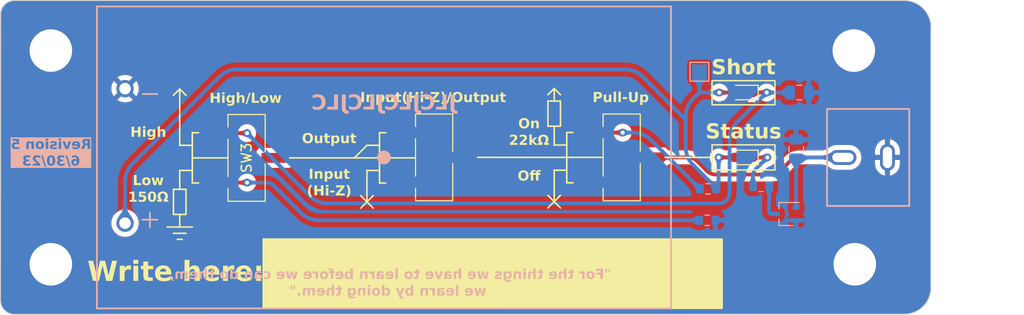
<source format=kicad_pcb>
(kicad_pcb (version 20221018) (generator pcbnew)
  (title_block (title "TixBoard Communications Education Board") (date "2023-06-29") (rev "5") (company "QuarterWave Engineering"))
  (layers (0 "F.Cu" signal) (31 "B.Cu" signal) (34 "B.Paste" user) (35 "F.Paste" user) (36 "B.SilkS" user "B.Silkscreen") (37 "F.SilkS" user "F.Silkscreen") (38 "B.Mask" user) (39 "F.Mask" user) (44 "Edge.Cuts" user))
  (net 0 "")
  (net 1 "Net-(C1-Pad1)")
  (net 2 "GND")
  (net 3 "Net-(D1-Pad1)")
  (net 4 "+BATT")
  (net 5 "Net-(Q1-Pad3)")
  (net 6 "Net-(R2-Pad2)")
  (net 7 "Net-(R3-Pad2)")
  (net 8 "Net-(C2-Pad2)")
  (net 10 "Net-(SW2-Pad1)")
  (footprint "QuarterWave:logoWithText2Mask" (layer "F.Cu") (at 125.222 85.725)
    (fp_text reference "G***" hide)
    (fp_text value "LOGO" hide)
  )
  (footprint "QuarterWave:TixBoard" (layer "F.Cu") (at 156.352952 84.802008)
    (fp_text reference "G***" hide)
    (fp_text value "LOGO" hide)
  )
  (footprint "MountingHole:MountingHole_4.3mm_M4_ISO14580_Pad" (layer "F.Cu") (at 108.077 86.36)
    (fp_text reference "REF**" hide)
    (fp_text value "MountingHole_4.3mm_M4_ISO14580_Pad" hide)
  )
  (footprint "Symbol:OSHW-Logo_7.5x8mm_Copper" (layer "F.Cu") (at 108.1 97.2)
    (fp_text reference "REF**" hide)
    (fp_text value "OSHW-Logo_7.5x8mm_Copper" hide)
  )
  (footprint "JS102011SCQN:JS102011SCQN" (layer "F.Cu") (at 146.8 97.15)
    (fp_text reference "SW2" hide)
    (fp_text value "Input(Hi-Z)/Output")
  )
  (footprint "LED_SMD:LED_0603_1608Metric" (layer "F.Cu") (at 178.054 97.155 180)
    (fp_text reference "D1" hide)
    (fp_text value "Green")
  )
  (footprint "LED_SMD:LED_0603_1608Metric" (layer "F.Cu") (at 178.054 90.6 180)
    (fp_text reference "D2" hide)
    (fp_text value "Red")
  )
  (footprint "MountingHole:MountingHole_4.3mm_M4_ISO14580_Pad" (layer "F.Cu") (at 189.2 86.36)
    (fp_text reference "REF**" hide)
    (fp_text value "MountingHole_4.3mm_M4_ISO14580_Pad" hide)
  )
  (footprint "JS102011SCQN:JS102011SCQN" (layer "F.Cu") (at 165.75 97.15)
    (fp_text reference "SW1" hide)
    (fp_text value "Pull-Up")
  )
  (footprint "JS102011SCQN:JS102011SCQN" (layer "F.Cu") (at 127.85 97.2)
    (fp_text reference "SW3")
    (fp_text value "High/Low")
  )
  (footprint "MountingHole:MountingHole_4.3mm_M4_ISO14580_Pad" (layer "F.Cu") (at 189.3 107.95)
    (fp_text reference "REF**" hide)
    (fp_text value "MountingHole_4.3mm_M4_ISO14580_Pad" hide)
  )
  (footprint "MountingHole:MountingHole_4.3mm_M4_ISO14580_Pad" (layer "F.Cu") (at 108.077 107.95)
    (fp_text reference "REF**" hide)
    (fp_text value "MountingHole_4.3mm_M4_ISO14580_Pad" hide)
  )
  (footprint "Capacitor_SMD:C_0805_2012Metric" (layer "B.Cu") (at 183.7 90.6 180)
    (fp_text reference "C2" hide)
    (fp_text value "10μF")
  )
  (footprint "KLPX-0848A-2-B:KLPX-0848A-2-B" (layer "B.Cu") (at 192.6 97.155 90)
    (fp_text reference "J1" hide)
    (fp_text value "RCA Socket" hide)
  )
  (footprint "Capacitor_SMD:C_0805_2012Metric" (layer "B.Cu") (at 183.38 96.3 90)
    (fp_text reference "C1" hide)
    (fp_text value "10μF")
  )
  (footprint "Resistor_SMD:R_0603_1608Metric" (layer "B.Cu") (at 174.4745 100.33 180)
    (fp_text reference "R2" hide)
    (fp_text value "22kΩ")
  )
  (footprint "TestPoint:TestPoint_Pad_1.5x1.5mm" (layer "B.Cu") (at 173.6 88.5 180)
    (fp_text reference "TP1" hide)
    (fp_text value "+V" hide)
  )
  (footprint "Resistor_SMD:R_0603_1608Metric" (layer "B.Cu") (at 179.832 100.076)
    (fp_text reference "R1" hide)
    (fp_text value "150Ω")
  )
  (footprint "BC2AAPC:BAT_BC2AAPC" (layer "B.Cu") (at 141.732 97.155)
    (fp_text reference "BT1" hide)
    (fp_text value "2xAA")
  )
  (footprint "Resistor_SMD:R_0603_1608Metric" (layer "B.Cu") (at 174.3945 103.505 180)
    (fp_text reference "R3" hide)
    (fp_text value "150Ω")
  )
  (footprint "Package_TO_SOT_SMD:SOT-323_SC-70" (layer "B.Cu") (at 182.372 102.87 180)
    (fp_text reference "Q1" hide)
    (fp_text value "RU1J002YNTCL")
  )
  (gr_rect (start 120.463 100.375) (end 121.733 102.915) (stroke (width 0.16)) (fill none) (layer "F.SilkS"))
  (gr_line (start 160.2 99.715) (end 160.835 99.715) (stroke (width 0.16)) (layer "F.SilkS"))
  (gr_line (start 120.844 105.4296) (end 121.352 105.4296) (stroke (width 0.16)) (layer "F.SilkS"))
  (gr_line (start 141.9175 99.74) (end 141.2825 99.74) (stroke (width 0.16)) (layer "F.SilkS"))
  (gr_line (start 141.2825 99.74) (end 141.2825 97.2) (stroke (width 0.16)) (layer "F.SilkS"))
  (gr_line (start 121.098 98.47) (end 121.098 100.375) (stroke (width 0.16)) (layer "F.SilkS"))
  (gr_rect (start 129.54 105.41) (end 175.895 112.395) (stroke (width 0.16)) (fill solid) (layer "F.SilkS"))
  (gr_line (start 141.2825 98.47) (end 140.0125 98.47) (stroke (width 0.16)) (layer "F.SilkS"))
  (gr_line (start 119.828 104.185) (end 122.368 104.185) (stroke (width 0.16)) (layer "F.SilkS"))
  (gr_line (start 160.2 94.635) (end 160.835 94.635) (stroke (width 0.16)) (layer "F.SilkS"))
  (gr_line (start 121.098 90.245) (end 120.463 90.88) (stroke (width 0.16)) (layer "F.SilkS"))
  (gr_line (start 139.3775 102.28) (end 140.6475 101.01) (stroke (width 0.16)) (layer "F.SilkS"))
  (gr_line (start 158.295 102.255) (end 159.565 100.985) (stroke (width 0.16)) (layer "F.SilkS"))
  (gr_line (start 139.3775 101.01) (end 140.6475 102.28) (stroke (width 0.16)) (layer "F.SilkS"))
  (gr_line (start 163.8704 97.15) (end 151.2 97.15) (stroke (width 0.16)) (layer "F.SilkS"))
  (gr_line (start 122.368 97.2) (end 122.368 99.74) (stroke (width 0.16)) (layer "F.SilkS"))
  (gr_line (start 121.098 102.915) (end 121.098 104.185) (stroke (width 0.16)) (layer "F.SilkS"))
  (gr_line (start 121.733 104.82) (end 120.463 104.82) (stroke (width 0.16)) (layer "F.SilkS"))
  (gr_line (start 160.2 95.905) (end 158.93 95.905) (stroke (width 0.16)) (layer "F.SilkS"))
  (gr_line (start 141.2825 94.66) (end 141.9175 94.66) (stroke (width 0.16)) (layer "F.SilkS"))
  (gr_line (start 158.93 95.905) (end 158.93 94) (stroke (width 0.16)) (layer "F.SilkS"))
  (gr_line (start 141.2825 97.2) (end 141.2825 94.66) (stroke (width 0.16)) (layer "F.SilkS"))
  (gr_rect (start 174.879 95.885) (end 181.229 98.425) (stroke (width 0.15)) (fill none) (layer "F.SilkS"))
  (gr_rect (start 174.879 89.4) (end 181.229 91.84) (stroke (width 0.15)) (fill none) (layer "F.SilkS"))
  (gr_line (start 158.93 98.445) (end 158.93 101.62) (stroke (width 0.16)) (layer "F.SilkS"))
  (gr_line (start 123.003 97.2) (end 125.9704 97.2) (stroke (width 0.16)) (layer "F.SilkS"))
  (gr_line (start 174.85 97.155) (end 170.15 97.15) (stroke (width 0.16)) (layer "F.SilkS"))
  (gr_line (start 122.368 97.2) (end 123.003 97.2) (stroke (width 0.16)) (layer "F.SilkS"))
  (gr_line (start 140.0125 98.47) (end 140.0125 101.645) (stroke (width 0.16)) (layer "F.SilkS"))
  (gr_line (start 158.93 98.445) (end 160.2 98.445) (stroke (width 0.16)) (layer "F.SilkS"))
  (gr_line (start 141.2825 95.93) (end 140.0125 95.93) (stroke (width 0.16)) (layer "F.SilkS"))
  (gr_line (start 158.93 90.19) (end 159.565 90.825) (stroke (width 0.16)) (layer "F.SilkS"))
  (gr_line (start 121.098 90.245) (end 121.733 90.88) (stroke (width 0.16)) (layer "F.SilkS"))
  (gr_line (start 122.368 99.74) (end 123.003 99.74) (stroke (width 0.16)) (layer "F.SilkS"))
  (gr_line (start 122.368 98.47) (end 121.098 98.47) (stroke (width 0.16)) (layer "F.SilkS"))
  (gr_line (start 121.098 91.515) (end 121.098 90.245) (stroke (width 0.16)) (layer "F.SilkS"))
  (gr_line (start 160.2 97.175) (end 160.2 99.715) (stroke (width 0.16)) (layer "F.SilkS"))
  (gr_line (start 140.0125 95.93) (end 138.7425 97.2) (stroke (width 0.16)) (layer "F.SilkS"))
  (gr_line (start 123.003 94.66) (end 122.368 94.66) (stroke (width 0.16)) (layer "F.SilkS"))
  (gr_line (start 121.098 95.93) (end 121.098 91.515) (stroke (width 0.16)) (layer "F.SilkS"))
  (gr_rect (start 158.295 91.46) (end 159.565 94) (stroke (width 0.16)) (fill none) (layer "F.SilkS"))
  (gr_line (start 122.368 95.93) (end 121.098 95.93) (stroke (width 0.16)) (layer "F.SilkS"))
  (gr_line (start 138.7425 97.2) (end 132.2 97.2) (stroke (width 0.16)) (layer "F.SilkS"))
  (gr_line (start 138.7425 97.2) (end 144.9 97.2) (stroke (width 0.16)) (layer "F.SilkS"))
  (gr_line (start 158.295 100.985) (end 159.565 102.255) (stroke (width 0.16)) (layer "F.SilkS"))
  (gr_line (start 160.2 97.175) (end 160.2 94.635) (stroke (width 0.16)) (layer "F.SilkS"))
  (gr_line (start 158.93 91.46) (end 158.93 90.19) (stroke (width 0.16)) (layer "F.SilkS"))
  (gr_line (start 158.93 90.19) (end 158.295 90.825) (stroke (width 0.16)) (layer "F.SilkS"))
  (gr_line (start 122.368 94.66) (end 122.368 97.2) (stroke (width 0.16)) (layer "F.SilkS"))
  (gr_line (start 104.389949 113.010051) (end 194.3 113) (stroke (width 0.1)) (layer "Edge.Cuts"))
  (gr_line (start 103 82.7) (end 102.989949 111.610051) (stroke (width 0.1)) (layer "Edge.Cuts"))
  (gr_line (start 197 110.3) (end 197 84) (stroke (width 0.1)) (layer "Edge.Cuts"))
  (gr_arc (start 194.3 81.3) (mid 196.209188 82.090812) (end 197 84) (stroke (width 0.1)) (layer "Edge.Cuts"))
  (gr_arc (start 104.389949 113.010051) (mid 103.4 112.6) (end 102.989949 111.610051) (stroke (width 0.1)) (layer "Edge.Cuts"))
  (gr_arc (start 103 82.7) (mid 103.410051 81.710051) (end 104.4 81.3) (stroke (width 0.1)) (layer "Edge.Cuts"))
  (gr_line (start 194.3 81.3) (end 104.4 81.3) (stroke (width 0.1)) (layer "Edge.Cuts"))
  (gr_arc (start 197 110.3) (mid 196.209188 112.209188) (end 194.3 113) (stroke (width 0.1)) (layer "Edge.Cuts"))
  (gr_text "JLCJLCJLCJLC" (at 141.72 91.7) (layer "B.SilkS") (effects (font (size 1.5 1.5) (thickness 0.16)) (justify mirror)))
  (gr_text "Revision 5\n6/30/23" (at 108.1 96.725) (layer "B.SilkS" knockout) (effects (font (size 1 1) (thickness 0.16)) (justify mirror)))
  (gr_text "{dblquote}For the things we have to learn before we can do them,\n we learn by doing them.{dblquote}" (at 142.367 109.855) (layer "B.SilkS") (effects (font (size 1 1) (thickness 0.16)) (justify mirror)))
  (gr_text "Input\n(Hi-Z)" (at 136.2025 99.74) (layer "F.SilkS") (effects (font (size 1 1) (thickness 0.16))))
  (gr_text "Pull-Up" (at 165.65 91.15) (layer "F.SilkS") (effects (font (size 1 1) (thickness 0.16))))
  (gr_text "Off" (at 156.39 99.08) (layer "F.SilkS") (effects (font (size 1 1) (thickness 0.16))))
  (gr_text "Low\n150Ω" (at 117.923 100.375) (layer "F.SilkS") (effects (font (size 1 1) (thickness 0.16))))
  (gr_text "Output" (at 136.2025 95.295) (layer "F.SilkS") (effects (font (size 1 1) (thickness 0.16))))
  (gr_text "On\n22kΩ" (at 156.39 94.635) (layer "F.SilkS") (effects (font (size 1 1) (thickness 0.16))))
  (gr_text "Status" (at 178.054 94.615) (layer "F.SilkS") (effects (font (size 1.5 1.5) (thickness 0.16))))
  (gr_text "Input(Hi-Z)/Output" (at 146.7 91.15) (layer "F.SilkS") (effects (font (size 1 1) (thickness 0.16))))
  (gr_text "Short" (at 178.054 88.13) (layer "F.SilkS") (effects (font (size 1.5 1.5) (thickness 0.16))))
  (gr_text "High/Low" (at 127.75 91.22) (layer "F.SilkS") (effects (font (size 1 1) (thickness 0.16))))
  (gr_text "High\n" (at 117.923 94.66) (layer "F.SilkS") (effects (font (size 1 1) (thickness 0.16))))
  (gr_text "Write here:" (at 120.7 108.8) (layer "F.SilkS") (effects (font (size 2 2) (thickness 0.16))))
  (segment (start 175.253949 98.88) (end 180.883949 98.88) (width 0.381) (layer "F.Cu") (net 1))
  (segment (start 168.6 97.15) (end 172.471847 97.15) (width 0.381) (layer "F.Cu") (net 1))
  (segment (start 181.781975 98.508025) (end 182.763026 97.526974) (width 0.381) (layer "F.Cu") (net 1))
  (segment (start 183.661051 97.155) (end 188.099999 97.155) (width 0.381) (layer "F.Cu") (net 1))
  (segment (start 168.6 97.15) (end 149.65 97.15) (width 0.381) (layer "F.Cu") (net 1))
  (segment (start 173.369873 97.521975) (end 174.355924 98.508026) (width 0.381) (layer "F.Cu") (net 1))
  (arc (start 172.471847 97.15) (mid 172.957855 97.246673) (end 173.369873 97.521975) (width 0.381) (layer "F.Cu") (net 1))
  (arc (start 182.763026 97.526974) (mid 183.175043 97.251673) (end 183.661051 97.155) (width 0.381) (layer "F.Cu") (net 1))
  (arc (start 180.883949 98.88) (mid 181.369957 98.783327) (end 181.781975 98.508025) (width 0.381) (layer "F.Cu") (net 1))
  (arc (start 175.253949 98.88) (mid 174.767941 98.783327) (end 174.355924 98.508026) (width 0.381) (layer "F.Cu") (net 1))
  (segment (start 183.702 97.3395) (end 183.7 97.3375) (width 0.381) (layer "B.Cu") (net 1))
  (segment (start 183.795 97.155) (end 183.7 97.25) (width 0.381) (layer "B.Cu") (net 1))
  (segment (start 183.7 97.3375) (end 183.8825 97.155) (width 0.381) (layer "B.Cu") (net 1))
  (segment (start 188.099999 97.155) (end 183.795 97.155) (width 0.381) (layer "B.Cu") (net 1))
  (segment (start 183.372 97.578) (end 183.7 97.25) (width 0.381) (layer "B.Cu") (net 1))
  (segment (start 183.372 102.22) (end 183.372 97.578) (width 0.381) (layer "B.Cu") (net 1))
  (segment (start 178.929 97.155) (end 180.467 97.155) (width 0.381) (layer "F.Cu") (net 3))
  (via (at 180.467 97.155) (size 0.8) (drill 0.4) (layers "F.Cu" "B.Cu") (net 3))
  (segment (start 179.291428 98.330571) (end 179.750949 97.871051) (width 0.381) (layer "B.Cu") (net 3))
  (segment (start 179.007 100.076) (end 179.007 99.013) (width 0.381) (layer "B.Cu") (net 3))
  (segment (start 179.750949 97.871051) (end 180.467 97.155) (width 0.381) (layer "B.Cu") (net 3))
  (arc (start 179.007 99.013) (mid 179.007879 99.010879) (end 179.01 99.01) (width 0.381) (layer "B.Cu") (net 3))
  (arc (start 179.01 99.01) (mid 179.083141 98.642296) (end 179.291428 98.330571) (width 0.381) (layer "B.Cu") (net 3))
  (segment (start 175.6 90.6) (end 175.5 90.6) (width 0.25) (layer "F.Cu") (net 4))
  (segment (start 177.179 90.6) (end 175.6 90.6) (width 0.381) (layer "F.Cu") (net 4))
  (segment (start 177.179 97.155) (end 175.545 97.155) (width 0.381) (layer "F.Cu") (net 4))
  (via (at 175.6 90.6) (size 0.8) (drill 0.4) (layers "F.Cu" "B.Cu") (net 4))
  (via (at 175.545 97.155) (size 0.8) (drill 0.4) (layers "F.Cu" "B.Cu") (net 4))
  (segment (start 115.572 99.602102) (end 115.572 103.795) (width 0.381) (layer "B.Cu") (net 4))
  (segment (start 172.212 96.102898) (end 172.212 93.345) (width 0.381) (layer "B.Cu") (net 4))
  (segment (start 175.387 100.33) (end 172.955949 97.898949) (width 0.381) (layer "B.Cu") (net 4))
  (segment (start 172.212 93.345) (end 167.875949 89.008949) (width 0.381) (layer "B.Cu") (net 4))
  (segment (start 175.545 100.0845) (end 175.2995 100.33) (width 0.381) (layer "B.Cu") (net 4))
  (segment (start 173.6 90.6) (end 175.6 90.6) (width 0.381) (layer "B.Cu") (net 4))
  (segment (start 175.545 97.155) (end 175.545 100.0845) (width 0.381) (layer "B.Cu") (net 4))
  (segment (start 172.212 93.345) (end 172.212 93.040102) (width 0.381) (layer "B.Cu") (net 4))
  (segment (start 125.113051 89.008949) (end 120.161 93.961) (width 0.381) (layer "B.Cu") (net 4))
  (segment (start 166.079898 88.265) (end 126.909102 88.265) (width 0.381) (layer "B.Cu") (net 4))
  (segment (start 172.955949 91.244051) (end 173.6 90.6) (width 0.381) (layer "B.Cu") (net 4))
  (segment (start 120.161 93.961) (end 116.315949 97.806051) (width 0.381) (layer "B.Cu") (net 4))
  (segment (start 173.6 90.6) (end 173.6 88.5) (width 0.381) (layer "B.Cu") (net 4))
  (arc (start 126.909102 88.265) (mid 125.937086 88.458346) (end 125.113051 89.008949) (width 0.381) (layer "B.Cu") (net 4))
  (arc (start 172.212 93.040102) (mid 172.405346 92.068086) (end 172.955949 91.244051) (width 0.381) (layer "B.Cu") (net 4))
  (arc (start 115.572 99.602102) (mid 115.765346 98.630086) (end 116.315949 97.806051) (width 0.381) (layer "B.Cu") (net 4))
  (arc (start 166.079898 88.265) (mid 167.051914 88.458346) (end 167.875949 89.008949) (width 0.381) (layer "B.Cu") (net 4))
  (arc (start 172.212 96.102898) (mid 172.405346 97.074914) (end 172.955949 97.898949) (width 0.381) (layer "B.Cu") (net 4))
  (segment (start 181.372 102.87) (end 180.85 102.87) (width 0.381) (layer "B.Cu") (net 5))
  (segment (start 180.64 102.66) (end 180.64 100.093) (width 0.381) (layer "B.Cu") (net 5))
  (arc (start 180.64 100.093) (mid 180.644979 100.080979) (end 180.657 100.076) (width 0.381) (layer "B.Cu") (net 5))
  (arc (start 180.85 102.87) (mid 180.701508 102.808492) (end 180.64 102.66) (width 0.381) (layer "B.Cu") (net 5))
  (segment (start 162.9 94.65) (end 165.85 94.65) (width 0.381) (layer "F.Cu") (net 6))
  (via (at 165.85 94.65) (size 0.8) (drill 0.4) (layers "F.Cu" "B.Cu") (net 6))
  (segment (start 165.85 94.65) (end 166.917398 94.65) (width 0.381) (layer "B.Cu") (net 6))
  (segment (start 173.562 100.33) (end 173.482 100.33) (width 0.381) (layer "B.Cu") (net 6))
  (segment (start 168.713449 95.393949) (end 173.6495 100.33) (width 0.381) (layer "B.Cu") (net 6))
  (arc (start 168.713449 95.393949) (mid 167.889414 94.843346) (end 166.917398 94.65) (width 0.381) (layer "B.Cu") (net 6))
  (segment (start 125 99.7) (end 127.9 99.7) (width 0.381) (layer "F.Cu") (net 7))
  (via (at 127.9 99.7) (size 0.8) (drill 0.4) (layers "F.Cu" "B.Cu") (net 7))
  (segment (start 133.368051 102.761051) (end 130.623077 100.016077) (width 0.381) (layer "B.Cu") (net 7))
  (segment (start 129.86 99.7) (end 127.9 99.7) (width 0.381) (layer "B.Cu") (net 7))
  (segment (start 173.482 103.505) (end 135.164102 103.505) (width 0.381) (layer "B.Cu") (net 7))
  (arc (start 130.623077 100.016077) (mid 130.272975 99.782146) (end 129.86 99.7) (width 0.381) (layer "B.Cu") (net 7))
  (arc (start 133.368051 102.761051) (mid 134.192086 103.311654) (end 135.164102 103.505) (width 0.381) (layer "B.Cu") (net 7))
  (segment (start 127.9 94.7) (end 125 94.7) (width 0.381) (layer "F.Cu") (net 8))
  (segment (start 178.929 90.6) (end 180.4 90.6) (width 0.381) (layer "F.Cu") (net 8))
  (via (at 127.9 94.7) (size 0.8) (drill 0.4) (layers "F.Cu" "B.Cu") (net 8))
  (via (at 180.4 90.6) (size 0.8) (drill 0.4) (layers "F.Cu" "B.Cu") (net 8))
  (segment (start 180.4 90.6) (end 177.393949 93.606051) (width 0.381) (layer "B.Cu") (net 8))
  (segment (start 134.256051 101.056051) (end 127.9 94.7) (width 0.381) (layer "B.Cu") (net 8))
  (segment (start 182.6625 90.6) (end 180.4 90.6) (width 0.381) (layer "B.Cu") (net 8))
  (segment (start 175.5902 101.8) (end 136.052102 101.8) (width 0.381) (layer "B.Cu") (net 8))
  (segment (start 176.65 95.402102) (end 176.65 100.7402) (width 0.381) (layer "B.Cu") (net 8))
  (arc (start 177.393949 93.606051) (mid 176.843346 94.430086) (end 176.65 95.402102) (width 0.381) (layer "B.Cu") (net 8))
  (arc (start 136.052102 101.8) (mid 135.080086 101.606654) (end 134.256051 101.056051) (width 0.381) (layer "B.Cu") (net 8))
  (arc (start 176.65 100.7402) (mid 176.339592 101.489592) (end 175.5902 101.8) (width 0.381) (layer "B.Cu") (net 8))
  (segment (start 130.7 97.2) (end 146.77 97.2) (width 0.381) (layer "F.Cu") (net 10))
  (segment (start 147.57 96.4) (end 147.57 95.57) (width 0.381) (layer "F.Cu") (net 10))
  (segment (start 146.65 94.65) (end 143.95 94.65) (width 0.381) (layer "F.Cu") (net 10))
  (arc (start 146.77 97.2) (mid 147.335685 96.965685) (end 147.57 96.4) (width 0.381) (layer "F.Cu") (net 10))
  (arc (start 147.57 95.57) (mid 147.300538 94.919462) (end 146.65 94.65) (width 0.381) (layer "F.Cu") (net 10))
  (zone (net 2) (net_name "GND") (layer "F.Cu") (connect_pads (clearance 0.508)) (min_thickness 0.254) (fill yes (thermal_gap 0.508) (thermal_bridge_width 0.508))
    (polygon (pts (xy 196.98 113.03) (xy 103 113.03) (xy 103 81.28) (xy 196.98 81.28)))
  )
  (zone (net 2) (net_name "GND") (layer "B.Cu") (connect_pads (clearance 0.508)) (min_thickness 0.254) (fill yes (thermal_gap 0.508) (thermal_bridge_width 0.508))
    (polygon (pts (xy 196.977 113.03) (xy 102.997 113.03) (xy 102.997 81.28) (xy 196.977 81.28)))
  )
)
</source>
